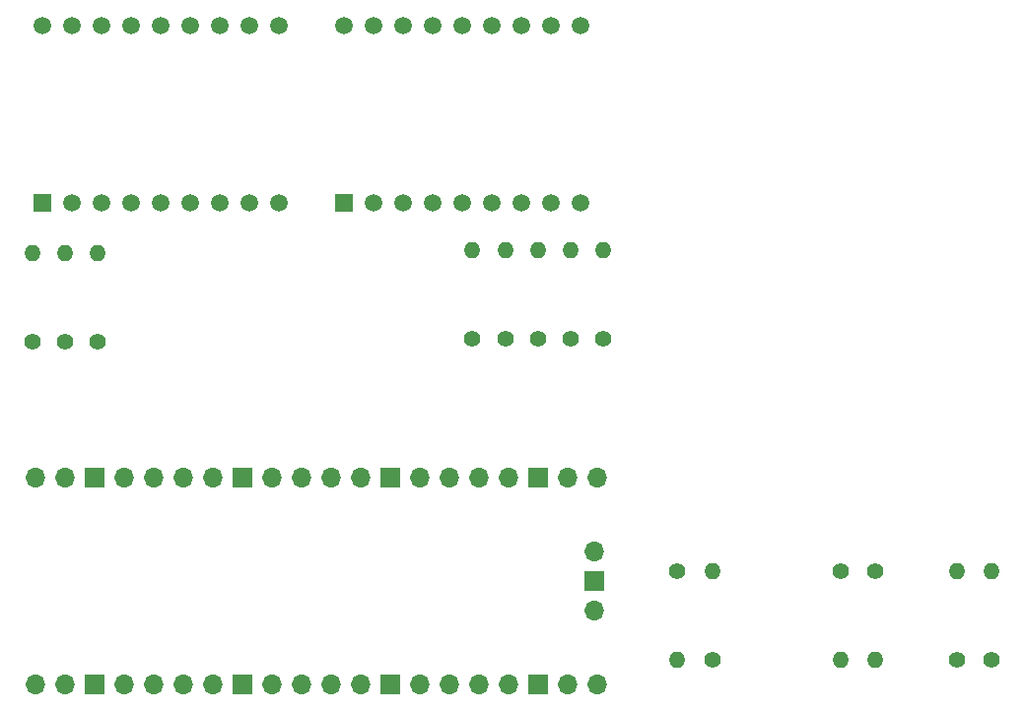
<source format=gbr>
%TF.GenerationSoftware,KiCad,Pcbnew,(6.0.0)*%
%TF.CreationDate,2022-06-20T15:54:39+02:00*%
%TF.ProjectId,PulseOximeter,50756c73-654f-4786-996d-657465722e6b,rev?*%
%TF.SameCoordinates,Original*%
%TF.FileFunction,Soldermask,Bot*%
%TF.FilePolarity,Negative*%
%FSLAX46Y46*%
G04 Gerber Fmt 4.6, Leading zero omitted, Abs format (unit mm)*
G04 Created by KiCad (PCBNEW (6.0.0)) date 2022-06-20 15:54:39*
%MOMM*%
%LPD*%
G01*
G04 APERTURE LIST*
%ADD10C,1.400000*%
%ADD11O,1.400000X1.400000*%
%ADD12R,1.500000X1.500000*%
%ADD13C,1.500000*%
%ADD14O,1.700000X1.700000*%
%ADD15R,1.700000X1.700000*%
G04 APERTURE END LIST*
D10*
%TO.C,R8*%
X127600000Y-96200000D03*
D11*
X127600000Y-88580000D03*
%TD*%
D10*
%TO.C,R2*%
X81400000Y-96410000D03*
D11*
X81400000Y-88790000D03*
%TD*%
D12*
%TO.C,U4*%
X105370000Y-84500000D03*
D13*
X107910000Y-84500000D03*
X110450000Y-84500000D03*
X112990000Y-84500000D03*
X115530000Y-84500000D03*
X118070000Y-84500000D03*
X120610000Y-84500000D03*
X123150000Y-84500000D03*
X125690000Y-84500000D03*
X125690000Y-69260000D03*
X123150000Y-69260000D03*
X120610000Y-69260000D03*
X118070000Y-69260000D03*
X115530000Y-69260000D03*
X112990000Y-69260000D03*
X110450000Y-69260000D03*
X107910000Y-69260000D03*
X105370000Y-69260000D03*
%TD*%
D10*
%TO.C,R13*%
X158000000Y-123810000D03*
D11*
X158000000Y-116190000D03*
%TD*%
D12*
%TO.C,U3*%
X79480000Y-84480000D03*
D13*
X82020000Y-84480000D03*
X84560000Y-84480000D03*
X87100000Y-84480000D03*
X89640000Y-84480000D03*
X92180000Y-84480000D03*
X94720000Y-84480000D03*
X97260000Y-84480000D03*
X99800000Y-84480000D03*
X99800000Y-69240000D03*
X97260000Y-69240000D03*
X94720000Y-69240000D03*
X92180000Y-69240000D03*
X89640000Y-69240000D03*
X87100000Y-69240000D03*
X84560000Y-69240000D03*
X82020000Y-69240000D03*
X79480000Y-69240000D03*
%TD*%
D10*
%TO.C,R10*%
X137000000Y-123810000D03*
D11*
X137000000Y-116190000D03*
%TD*%
D10*
%TO.C,R11*%
X148000000Y-116190000D03*
D11*
X148000000Y-123810000D03*
%TD*%
D10*
%TO.C,R14*%
X161000000Y-123810000D03*
D11*
X161000000Y-116190000D03*
%TD*%
D14*
%TO.C,U1*%
X78870000Y-125890000D03*
X81410000Y-125890000D03*
D15*
X83950000Y-125890000D03*
D14*
X86490000Y-125890000D03*
X89030000Y-125890000D03*
X91570000Y-125890000D03*
X94110000Y-125890000D03*
D15*
X96650000Y-125890000D03*
D14*
X99190000Y-125890000D03*
X101730000Y-125890000D03*
X104270000Y-125890000D03*
X106810000Y-125890000D03*
D15*
X109350000Y-125890000D03*
D14*
X111890000Y-125890000D03*
X114430000Y-125890000D03*
X116970000Y-125890000D03*
X119510000Y-125890000D03*
D15*
X122050000Y-125890000D03*
D14*
X124590000Y-125890000D03*
X127130000Y-125890000D03*
X127130000Y-108110000D03*
X124590000Y-108110000D03*
D15*
X122050000Y-108110000D03*
D14*
X119510000Y-108110000D03*
X116970000Y-108110000D03*
X114430000Y-108110000D03*
X111890000Y-108110000D03*
D15*
X109350000Y-108110000D03*
D14*
X106810000Y-108110000D03*
X104270000Y-108110000D03*
X101730000Y-108110000D03*
X99190000Y-108110000D03*
D15*
X96650000Y-108110000D03*
D14*
X94110000Y-108110000D03*
X91570000Y-108110000D03*
X89030000Y-108110000D03*
X86490000Y-108110000D03*
D15*
X83950000Y-108110000D03*
D14*
X81410000Y-108110000D03*
X78870000Y-108110000D03*
X126900000Y-119540000D03*
D15*
X126900000Y-117000000D03*
D14*
X126900000Y-114460000D03*
%TD*%
D10*
%TO.C,R12*%
X151000000Y-116190000D03*
D11*
X151000000Y-123810000D03*
%TD*%
D10*
%TO.C,R5*%
X119200000Y-96210000D03*
D11*
X119200000Y-88590000D03*
%TD*%
D10*
%TO.C,R3*%
X84200000Y-96410000D03*
D11*
X84200000Y-88790000D03*
%TD*%
D10*
%TO.C,R4*%
X116400000Y-96210000D03*
D11*
X116400000Y-88590000D03*
%TD*%
D10*
%TO.C,R6*%
X122000000Y-96210000D03*
D11*
X122000000Y-88590000D03*
%TD*%
D10*
%TO.C,R7*%
X124800000Y-96210000D03*
D11*
X124800000Y-88590000D03*
%TD*%
D10*
%TO.C,R1*%
X78600000Y-96410000D03*
D11*
X78600000Y-88790000D03*
%TD*%
D10*
%TO.C,R9*%
X134000000Y-116190000D03*
D11*
X134000000Y-123810000D03*
%TD*%
M02*

</source>
